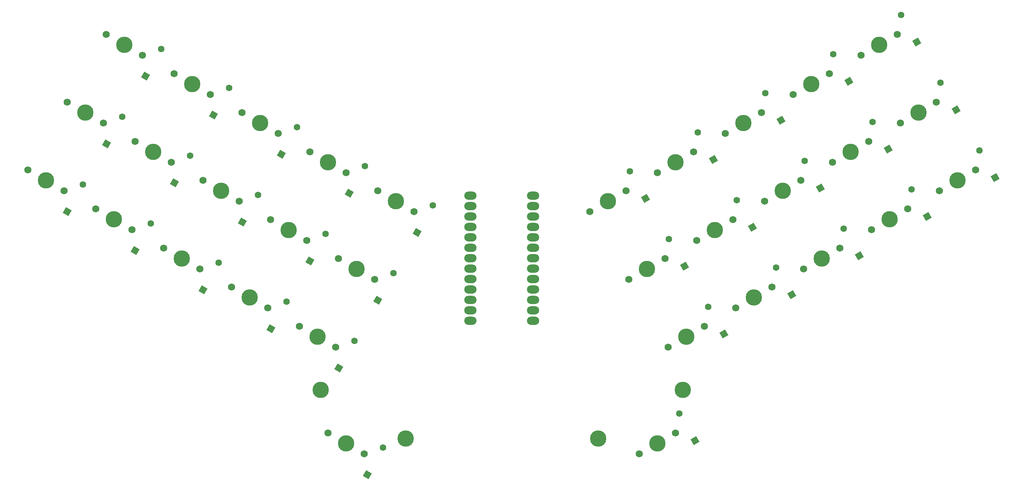
<source format=gbr>
%TF.GenerationSoftware,KiCad,Pcbnew,7.0.8*%
%TF.CreationDate,2023-12-05T04:00:53-05:00*%
%TF.ProjectId,4900_keeb_for_me,34393030-5f6b-4656-9562-5f666f725f6d,rev?*%
%TF.SameCoordinates,Original*%
%TF.FileFunction,Soldermask,Top*%
%TF.FilePolarity,Negative*%
%FSLAX46Y46*%
G04 Gerber Fmt 4.6, Leading zero omitted, Abs format (unit mm)*
G04 Created by KiCad (PCBNEW 7.0.8) date 2023-12-05 04:00:53*
%MOMM*%
%LPD*%
G01*
G04 APERTURE LIST*
G04 Aperture macros list*
%AMHorizOval*
0 Thick line with rounded ends*
0 $1 width*
0 $2 $3 position (X,Y) of the first rounded end (center of the circle)*
0 $4 $5 position (X,Y) of the second rounded end (center of the circle)*
0 Add line between two ends*
20,1,$1,$2,$3,$4,$5,0*
0 Add two circle primitives to create the rounded ends*
1,1,$1,$2,$3*
1,1,$1,$4,$5*%
%AMRotRect*
0 Rectangle, with rotation*
0 The origin of the aperture is its center*
0 $1 length*
0 $2 width*
0 $3 Rotation angle, in degrees counterclockwise*
0 Add horizontal line*
21,1,$1,$2,0,0,$3*%
G04 Aperture macros list end*
%ADD10C,1.750000*%
%ADD11C,3.987800*%
%ADD12HorizOval,1.600000X0.000000X0.000000X0.000000X0.000000X0*%
%ADD13RotRect,1.600000X1.600000X60.000000*%
%ADD14HorizOval,1.600000X0.000000X0.000000X0.000000X0.000000X0*%
%ADD15RotRect,1.600000X1.600000X120.000000*%
%ADD16O,3.000000X2.000000*%
G04 APERTURE END LIST*
D10*
%TO.C,SW3*%
X85657551Y-62178040D03*
D11*
X90056960Y-64718040D03*
D10*
X94456369Y-67258040D03*
%TD*%
%TO.C,SW21*%
X33610783Y-76122772D03*
D11*
X38010192Y-78662772D03*
D10*
X42409601Y-81202772D03*
%TD*%
%TO.C,SW22*%
X50108567Y-85647772D03*
D11*
X54507976Y-88187772D03*
D10*
X58907385Y-90727772D03*
%TD*%
%TO.C,SW17*%
X196221947Y-93279988D03*
D11*
X200621356Y-90739988D03*
D10*
X205020765Y-88199988D03*
%TD*%
%TO.C,SW27*%
X205745847Y-109778608D03*
D11*
X210145256Y-107238608D03*
D10*
X214544665Y-104698608D03*
%TD*%
%TO.C,SW15*%
X109126919Y-97725472D03*
D11*
X113526328Y-100265472D03*
D10*
X117925737Y-102805472D03*
%TD*%
%TO.C,SW29*%
X238741415Y-90728608D03*
D11*
X243140824Y-88188608D03*
D10*
X247540233Y-85648608D03*
%TD*%
%TO.C,SW1*%
X52661983Y-43128040D03*
D11*
X57061392Y-45668040D03*
D10*
X61460801Y-48208040D03*
%TD*%
%TO.C,SW12*%
X59633567Y-69150472D03*
D11*
X64032976Y-71690472D03*
D10*
X68432385Y-74230472D03*
%TD*%
%TO.C,SW13*%
X76131351Y-78675472D03*
D11*
X80530760Y-81215472D03*
D10*
X84930169Y-83755472D03*
%TD*%
%TO.C,SW6*%
X170199163Y-86307688D03*
D11*
X174598572Y-83767688D03*
D10*
X178997981Y-81227688D03*
%TD*%
%TO.C,SW28*%
X222243631Y-100253608D03*
D11*
X226643040Y-97713608D03*
D10*
X231042449Y-95173608D03*
%TD*%
%TO.C,SW9*%
X219692515Y-57732688D03*
D11*
X224091924Y-55192688D03*
D10*
X228491333Y-52652688D03*
%TD*%
%TO.C,SW19*%
X229217515Y-74229988D03*
D11*
X233616924Y-71689988D03*
D10*
X238016333Y-69149988D03*
%TD*%
%TO.C,SW20*%
X245715299Y-64704988D03*
D11*
X250114708Y-62164988D03*
D10*
X254514117Y-59624988D03*
%TD*%
D11*
%TO.C,S32*%
X192859057Y-129683013D03*
X172236827Y-141589263D03*
%TD*%
D10*
%TO.C,SW31*%
X106575903Y-140246392D03*
D11*
X110975312Y-142786392D03*
D10*
X115374721Y-145326392D03*
%TD*%
%TO.C,SW7*%
X186696947Y-76782688D03*
D11*
X191096356Y-74242688D03*
D10*
X195495765Y-71702688D03*
%TD*%
%TO.C,SW4*%
X102155335Y-71703040D03*
D11*
X106554744Y-74243040D03*
D10*
X110954153Y-76783040D03*
%TD*%
%TO.C,SW5*%
X118653119Y-81228040D03*
D11*
X123052528Y-83768040D03*
D10*
X127451937Y-86308040D03*
%TD*%
%TO.C,SW18*%
X212719731Y-83754988D03*
D11*
X217119140Y-81214988D03*
D10*
X221518549Y-78674988D03*
%TD*%
%TO.C,SW11*%
X43135783Y-59625472D03*
D11*
X47535192Y-62165472D03*
D10*
X51934601Y-64705472D03*
%TD*%
%TO.C,SW2*%
X69159767Y-52653040D03*
D11*
X73559176Y-55193040D03*
D10*
X77958585Y-57733040D03*
%TD*%
%TO.C,SW23*%
X66606351Y-95172772D03*
D11*
X71005760Y-97712772D03*
D10*
X75405169Y-100252772D03*
%TD*%
%TO.C,SW14*%
X92629135Y-88200472D03*
D11*
X97028544Y-90740472D03*
D10*
X101427953Y-93280472D03*
%TD*%
%TO.C,SW24*%
X83104135Y-104697772D03*
D11*
X87503544Y-107237772D03*
D10*
X91902953Y-109777772D03*
%TD*%
D11*
%TO.C,S31*%
X125413073Y-141589263D03*
X104790843Y-129683013D03*
%TD*%
D10*
%TO.C,SW25*%
X99601919Y-114222772D03*
D11*
X104001328Y-116762772D03*
D10*
X108400737Y-119302772D03*
%TD*%
%TO.C,SW8*%
X203194731Y-67257688D03*
D11*
X207594140Y-64717688D03*
D10*
X211993549Y-62177688D03*
%TD*%
%TO.C,SW16*%
X179724163Y-102804988D03*
D11*
X184123572Y-100264988D03*
D10*
X188522981Y-97724988D03*
%TD*%
%TO.C,SW32*%
X182275279Y-145326392D03*
D11*
X186674688Y-142786392D03*
D10*
X191074097Y-140246392D03*
%TD*%
%TO.C,SW10*%
X236190299Y-48207688D03*
D11*
X240589708Y-45667688D03*
D10*
X244989117Y-43127688D03*
%TD*%
%TO.C,SW30*%
X255239199Y-81203608D03*
D11*
X259638608Y-78663608D03*
D10*
X264038017Y-76123608D03*
%TD*%
%TO.C,SW26*%
X189248063Y-119303608D03*
D11*
X193647472Y-116763608D03*
D10*
X198046881Y-114223608D03*
%TD*%
D12*
%TO.C,D21*%
X46991947Y-79654662D03*
D13*
X43181947Y-86253776D03*
%TD*%
D14*
%TO.C,D16*%
X189473452Y-92982505D03*
D15*
X193283452Y-99581619D03*
%TD*%
D14*
%TO.C,D7*%
X196446235Y-66960205D03*
D15*
X200256235Y-73559319D03*
%TD*%
D12*
%TO.C,D11*%
X56516947Y-63157362D03*
D13*
X52706947Y-69756476D03*
%TD*%
D12*
%TO.C,D15*%
X122508083Y-101257362D03*
D13*
X118698083Y-107856476D03*
%TD*%
D14*
%TO.C,D18*%
X222469020Y-73932505D03*
D15*
X226279020Y-80531619D03*
%TD*%
D14*
%TO.C,D17*%
X205971236Y-83457505D03*
D15*
X209781236Y-90056619D03*
%TD*%
D14*
%TO.C,D28*%
X231992920Y-90431125D03*
D15*
X235802920Y-97030239D03*
%TD*%
D12*
%TO.C,D2*%
X82540931Y-56184930D03*
D13*
X78730931Y-62784044D03*
%TD*%
D12*
%TO.C,D1*%
X66043147Y-46659930D03*
D13*
X62233147Y-53259044D03*
%TD*%
D12*
%TO.C,D25*%
X112983083Y-117754662D03*
D13*
X109173083Y-124353776D03*
%TD*%
D14*
%TO.C,D19*%
X238966804Y-64407505D03*
D15*
X242776804Y-71006619D03*
%TD*%
D12*
%TO.C,D24*%
X96485299Y-108229662D03*
D13*
X92675299Y-114828776D03*
%TD*%
D12*
%TO.C,D31*%
X119957067Y-143778282D03*
D13*
X116147067Y-150377396D03*
%TD*%
D12*
%TO.C,D22*%
X63489731Y-89179662D03*
D13*
X59679731Y-95778776D03*
%TD*%
D14*
%TO.C,D30*%
X264988488Y-71381125D03*
D15*
X268798488Y-77980239D03*
%TD*%
D14*
%TO.C,D29*%
X248490704Y-80906125D03*
D15*
X252300704Y-87505239D03*
%TD*%
D12*
%TO.C,D3*%
X99038715Y-65709930D03*
D13*
X95228715Y-72309044D03*
%TD*%
D16*
%TO.C,U1*%
X141204950Y-82420000D03*
X141204950Y-84960000D03*
X141204950Y-87500000D03*
X141204950Y-90040000D03*
X141204950Y-92580000D03*
X141204950Y-95120000D03*
X141204950Y-97660000D03*
X141204950Y-100200000D03*
X141204950Y-102740000D03*
X141204950Y-105280000D03*
X141204950Y-107820000D03*
X141204950Y-110360000D03*
X141204950Y-112900000D03*
X156444950Y-112900000D03*
X156444950Y-110360000D03*
X156444950Y-107820000D03*
X156444950Y-105280000D03*
X156444950Y-102740000D03*
X156444950Y-100200000D03*
X156444950Y-97660000D03*
X156444950Y-95120000D03*
X156444950Y-92580000D03*
X156444950Y-90040000D03*
X156444950Y-87500000D03*
X156444950Y-84960000D03*
X156444950Y-82420000D03*
%TD*%
D12*
%TO.C,D5*%
X132034283Y-84759930D03*
D13*
X128224283Y-91359044D03*
%TD*%
D14*
%TO.C,D27*%
X215495136Y-99956125D03*
D15*
X219305136Y-106555239D03*
%TD*%
D12*
%TO.C,D13*%
X89512515Y-82207362D03*
D13*
X85702515Y-88806476D03*
%TD*%
D12*
%TO.C,D23*%
X79987515Y-98704662D03*
D13*
X76177515Y-105303776D03*
%TD*%
D14*
%TO.C,D26*%
X198997352Y-109481125D03*
D15*
X202807352Y-116080239D03*
%TD*%
D14*
%TO.C,D20*%
X255464588Y-54882505D03*
D15*
X259274588Y-61481619D03*
%TD*%
D12*
%TO.C,D14*%
X106010299Y-91732362D03*
D13*
X102200299Y-98331476D03*
%TD*%
D14*
%TO.C,D8*%
X212944019Y-57435205D03*
D15*
X216754019Y-64034319D03*
%TD*%
D14*
%TO.C,D6*%
X179948451Y-76485205D03*
D15*
X183758451Y-83084319D03*
%TD*%
D14*
%TO.C,D10*%
X245939587Y-38385205D03*
D15*
X249749587Y-44984319D03*
%TD*%
D12*
%TO.C,D4*%
X115536499Y-75234930D03*
D13*
X111726499Y-81834044D03*
%TD*%
D14*
%TO.C,D32*%
X192024568Y-135503909D03*
D15*
X195834568Y-142103023D03*
%TD*%
D14*
%TO.C,D9*%
X229441803Y-47910205D03*
D15*
X233251803Y-54509319D03*
%TD*%
D12*
%TO.C,D12*%
X73014731Y-72682362D03*
D13*
X69204731Y-79281476D03*
%TD*%
M02*

</source>
